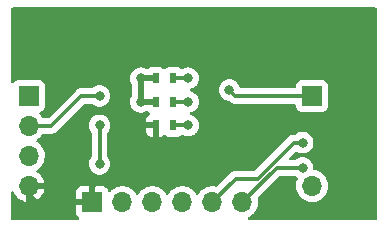
<source format=gbr>
%TF.GenerationSoftware,KiCad,Pcbnew,(6.0.1)*%
%TF.CreationDate,2022-06-04T23:11:39+02:00*%
%TF.ProjectId,esp-lvl,6573702d-6c76-46c2-9e6b-696361645f70,rev?*%
%TF.SameCoordinates,Original*%
%TF.FileFunction,Copper,L2,Bot*%
%TF.FilePolarity,Positive*%
%FSLAX46Y46*%
G04 Gerber Fmt 4.6, Leading zero omitted, Abs format (unit mm)*
G04 Created by KiCad (PCBNEW (6.0.1)) date 2022-06-04 23:11:39*
%MOMM*%
%LPD*%
G01*
G04 APERTURE LIST*
%TA.AperFunction,ComponentPad*%
%ADD10R,1.700000X1.700000*%
%TD*%
%TA.AperFunction,ComponentPad*%
%ADD11O,1.700000X1.700000*%
%TD*%
%TA.AperFunction,SMDPad,CuDef*%
%ADD12R,0.600000X0.900000*%
%TD*%
%TA.AperFunction,ViaPad*%
%ADD13C,0.800000*%
%TD*%
%TA.AperFunction,Conductor*%
%ADD14C,0.500000*%
%TD*%
%TA.AperFunction,Conductor*%
%ADD15C,0.300000*%
%TD*%
G04 APERTURE END LIST*
D10*
%TO.P,J2,1,P1*%
%TO.N,/PWM_Colour*%
X110000000Y-75000000D03*
D11*
%TO.P,J2,4,P4*%
%TO.N,unconnected-(J2-Pad4)*%
X110000000Y-82620000D03*
%TD*%
D10*
%TO.P,J1,1,P1*%
%TO.N,unconnected-(J1-Pad1)*%
X86000000Y-75000000D03*
D11*
%TO.P,J1,2,P2*%
%TO.N,/PWM_Bright*%
X86000000Y-77540000D03*
%TO.P,J1,3,P3*%
%TO.N,+5V*%
X86000000Y-80080000D03*
%TO.P,J1,4,P4*%
%TO.N,GND*%
X86000000Y-82620000D03*
%TD*%
D10*
%TO.P,J3,1,P1*%
%TO.N,GND*%
X91380000Y-84000000D03*
D11*
%TO.P,J3,2,P2*%
%TO.N,/SENS*%
X93920000Y-84000000D03*
%TO.P,J3,3,P3*%
%TO.N,+5V*%
X96460000Y-84000000D03*
%TO.P,J3,4,P4*%
%TO.N,+3V3*%
X99000000Y-84000000D03*
%TO.P,J3,5,P5*%
%TO.N,/SCL*%
X101540000Y-84000000D03*
%TO.P,J3,6,6*%
%TO.N,/SDA*%
X104080000Y-84000000D03*
%TD*%
D12*
%TO.P,R2,1*%
%TO.N,Net-(R2-Pad1)*%
X98250000Y-75500000D03*
%TO.P,R2,2*%
%TO.N,+3V3*%
X96750000Y-75500000D03*
%TD*%
%TO.P,R1,1*%
%TO.N,Net-(R1-Pad1)*%
X98250000Y-73500000D03*
%TO.P,R1,2*%
%TO.N,+3V3*%
X96750000Y-73500000D03*
%TD*%
%TO.P,R5,1*%
%TO.N,Net-(R5-Pad1)*%
X98250000Y-77500000D03*
%TO.P,R5,2*%
%TO.N,GND*%
X96750000Y-77500000D03*
%TD*%
D13*
%TO.N,GND*%
X105100000Y-80700000D03*
X108300000Y-72000000D03*
X114300000Y-72000000D03*
%TO.N,+3V3*%
X95500000Y-75500000D03*
X95500000Y-73500000D03*
%TO.N,/SENS*%
X92000000Y-77500000D03*
X92000000Y-80750500D03*
%TO.N,/PWM_Bright*%
X92000000Y-75000000D03*
%TO.N,/SCL*%
X109200000Y-78950498D03*
%TO.N,/SDA*%
X109200000Y-81100000D03*
%TO.N,/PWM_Colour*%
X103000000Y-74500000D03*
%TO.N,Net-(R1-Pad1)*%
X99500000Y-73500000D03*
%TO.N,Net-(R2-Pad1)*%
X99500000Y-75500000D03*
%TO.N,Net-(R5-Pad1)*%
X99500000Y-77500000D03*
%TD*%
D14*
%TO.N,GND*%
X91380000Y-82620000D02*
X91380000Y-84000000D01*
X96750000Y-77500000D02*
X96750000Y-80350000D01*
X91380000Y-84000000D02*
X86500000Y-84000000D01*
X95100000Y-82000000D02*
X92000000Y-82000000D01*
D15*
X86000000Y-82620000D02*
X86000000Y-83500000D01*
D14*
X86500000Y-84000000D02*
X86000000Y-83500000D01*
X92000000Y-82000000D02*
X91380000Y-82620000D01*
X96750000Y-80350000D02*
X95100000Y-82000000D01*
X108300000Y-72000000D02*
X114300000Y-72000000D01*
%TO.N,+3V3*%
X95500000Y-75500000D02*
X96750000Y-75500000D01*
X95500000Y-73500000D02*
X95500000Y-75500000D01*
X95500000Y-73500000D02*
X96750000Y-73500000D01*
D15*
%TO.N,/SENS*%
X92000000Y-80750500D02*
X92000000Y-77500000D01*
%TO.N,/PWM_Bright*%
X90460000Y-75000000D02*
X87920000Y-77540000D01*
X92000000Y-75000000D02*
X90460000Y-75000000D01*
X87920000Y-77540000D02*
X86000000Y-77540000D01*
%TO.N,/SCL*%
X103540000Y-82000000D02*
X105400000Y-82000000D01*
X101540000Y-84000000D02*
X103540000Y-82000000D01*
X105400000Y-82000000D02*
X108449502Y-78950498D01*
X108449502Y-78950498D02*
X109200000Y-78950498D01*
%TO.N,/SDA*%
X107006428Y-81100000D02*
X109200000Y-81100000D01*
X104080000Y-84000000D02*
X104106428Y-84000000D01*
X104106428Y-84000000D02*
X107006428Y-81100000D01*
%TO.N,/PWM_Colour*%
X103500000Y-75000000D02*
X110000000Y-75000000D01*
X103000000Y-74500000D02*
X103500000Y-75000000D01*
%TO.N,Net-(R1-Pad1)*%
X99500000Y-73500000D02*
X98250000Y-73500000D01*
%TO.N,Net-(R2-Pad1)*%
X99500000Y-75500000D02*
X98250000Y-75500000D01*
%TO.N,Net-(R5-Pad1)*%
X99500000Y-77500000D02*
X98250000Y-77500000D01*
%TD*%
%TA.AperFunction,Conductor*%
%TO.N,GND*%
G36*
X115434121Y-67528002D02*
G01*
X115480614Y-67581658D01*
X115492000Y-67634000D01*
X115492000Y-85366000D01*
X115471998Y-85434121D01*
X115418342Y-85480614D01*
X115366000Y-85492000D01*
X104666139Y-85492000D01*
X104598018Y-85471998D01*
X104551525Y-85418342D01*
X104541421Y-85348068D01*
X104570915Y-85283488D01*
X104610707Y-85252849D01*
X104664021Y-85226731D01*
X104777994Y-85170896D01*
X104959860Y-85041173D01*
X105118096Y-84883489D01*
X105248453Y-84702077D01*
X105269320Y-84659857D01*
X105345136Y-84506453D01*
X105345137Y-84506451D01*
X105347430Y-84501811D01*
X105412370Y-84288069D01*
X105441529Y-84066590D01*
X105443156Y-84000000D01*
X105424852Y-83777361D01*
X105416616Y-83744570D01*
X105409225Y-83715143D01*
X105412030Y-83644202D01*
X105442334Y-83595354D01*
X107242282Y-81795405D01*
X107304594Y-81761380D01*
X107331377Y-81758500D01*
X108519776Y-81758500D01*
X108587897Y-81778502D01*
X108593837Y-81782564D01*
X108732119Y-81883032D01*
X108775473Y-81939254D01*
X108781548Y-82009991D01*
X108772345Y-82038019D01*
X108722869Y-82144604D01*
X108722865Y-82144616D01*
X108720688Y-82149305D01*
X108660989Y-82364570D01*
X108637251Y-82586695D01*
X108637548Y-82591848D01*
X108637548Y-82591851D01*
X108646191Y-82741750D01*
X108650110Y-82809715D01*
X108651247Y-82814761D01*
X108651248Y-82814767D01*
X108671096Y-82902837D01*
X108699222Y-83027639D01*
X108783266Y-83234616D01*
X108899987Y-83425088D01*
X109046250Y-83593938D01*
X109218126Y-83736632D01*
X109411000Y-83849338D01*
X109619692Y-83929030D01*
X109624760Y-83930061D01*
X109624763Y-83930062D01*
X109719862Y-83949410D01*
X109838597Y-83973567D01*
X109843772Y-83973757D01*
X109843774Y-83973757D01*
X110056673Y-83981564D01*
X110056677Y-83981564D01*
X110061837Y-83981753D01*
X110066957Y-83981097D01*
X110066959Y-83981097D01*
X110278288Y-83954025D01*
X110278289Y-83954025D01*
X110283416Y-83953368D01*
X110288366Y-83951883D01*
X110492429Y-83890661D01*
X110492434Y-83890659D01*
X110497384Y-83889174D01*
X110697994Y-83790896D01*
X110879860Y-83661173D01*
X110896891Y-83644202D01*
X110961209Y-83580107D01*
X111038096Y-83503489D01*
X111097594Y-83420689D01*
X111165435Y-83326277D01*
X111168453Y-83322077D01*
X111267430Y-83121811D01*
X111332370Y-82908069D01*
X111361529Y-82686590D01*
X111361611Y-82683240D01*
X111363074Y-82623365D01*
X111363074Y-82623361D01*
X111363156Y-82620000D01*
X111344852Y-82397361D01*
X111290431Y-82180702D01*
X111201354Y-81975840D01*
X111141314Y-81883032D01*
X111082822Y-81792617D01*
X111082820Y-81792614D01*
X111080014Y-81788277D01*
X110929670Y-81623051D01*
X110925619Y-81619852D01*
X110925615Y-81619848D01*
X110758414Y-81487800D01*
X110758410Y-81487798D01*
X110754359Y-81484598D01*
X110748128Y-81481158D01*
X110649960Y-81426967D01*
X110558789Y-81376638D01*
X110553920Y-81374914D01*
X110553916Y-81374912D01*
X110353087Y-81303795D01*
X110353083Y-81303794D01*
X110348212Y-81302069D01*
X110343119Y-81301162D01*
X110343116Y-81301161D01*
X110212444Y-81277885D01*
X110148886Y-81246247D01*
X110112523Y-81185270D01*
X110109230Y-81140668D01*
X110112814Y-81106566D01*
X110112814Y-81106565D01*
X110113504Y-81100000D01*
X110098715Y-80959292D01*
X110094232Y-80916635D01*
X110094232Y-80916633D01*
X110093542Y-80910072D01*
X110034527Y-80728444D01*
X109939040Y-80563056D01*
X109915766Y-80537207D01*
X109815675Y-80426045D01*
X109815674Y-80426044D01*
X109811253Y-80421134D01*
X109656752Y-80308882D01*
X109650724Y-80306198D01*
X109650722Y-80306197D01*
X109488319Y-80233891D01*
X109488318Y-80233891D01*
X109482288Y-80231206D01*
X109376162Y-80208648D01*
X109301944Y-80192872D01*
X109301939Y-80192872D01*
X109295487Y-80191500D01*
X109104513Y-80191500D01*
X109098061Y-80192872D01*
X109098056Y-80192872D01*
X109023838Y-80208648D01*
X108917712Y-80231206D01*
X108911682Y-80233891D01*
X108911681Y-80233891D01*
X108749278Y-80306197D01*
X108749276Y-80306198D01*
X108743248Y-80308882D01*
X108594092Y-80417251D01*
X108593837Y-80417436D01*
X108526969Y-80441294D01*
X108519776Y-80441500D01*
X108193950Y-80441500D01*
X108125829Y-80421498D01*
X108079336Y-80367842D01*
X108069232Y-80297568D01*
X108098726Y-80232988D01*
X108104855Y-80226405D01*
X108578187Y-79753073D01*
X108640499Y-79719047D01*
X108711314Y-79724112D01*
X108731800Y-79735108D01*
X108732189Y-79734434D01*
X108737906Y-79737735D01*
X108743248Y-79741616D01*
X108749276Y-79744300D01*
X108749278Y-79744301D01*
X108911681Y-79816607D01*
X108917712Y-79819292D01*
X109011112Y-79839145D01*
X109098056Y-79857626D01*
X109098061Y-79857626D01*
X109104513Y-79858998D01*
X109295487Y-79858998D01*
X109301939Y-79857626D01*
X109301944Y-79857626D01*
X109388888Y-79839145D01*
X109482288Y-79819292D01*
X109488319Y-79816607D01*
X109650722Y-79744301D01*
X109650724Y-79744300D01*
X109656752Y-79741616D01*
X109665710Y-79735108D01*
X109788741Y-79645720D01*
X109811253Y-79629364D01*
X109829314Y-79609305D01*
X109934621Y-79492350D01*
X109934622Y-79492349D01*
X109939040Y-79487442D01*
X110034527Y-79322054D01*
X110093542Y-79140426D01*
X110101536Y-79064373D01*
X110112814Y-78957063D01*
X110113504Y-78950498D01*
X110098926Y-78811797D01*
X110094232Y-78767133D01*
X110094232Y-78767131D01*
X110093542Y-78760570D01*
X110034527Y-78578942D01*
X109939040Y-78413554D01*
X109934490Y-78408500D01*
X109815675Y-78276543D01*
X109815674Y-78276542D01*
X109811253Y-78271632D01*
X109665690Y-78165874D01*
X109662094Y-78163261D01*
X109662093Y-78163260D01*
X109656752Y-78159380D01*
X109650724Y-78156696D01*
X109650722Y-78156695D01*
X109488319Y-78084389D01*
X109488318Y-78084389D01*
X109482288Y-78081704D01*
X109381666Y-78060316D01*
X109301944Y-78043370D01*
X109301939Y-78043370D01*
X109295487Y-78041998D01*
X109104513Y-78041998D01*
X109098061Y-78043370D01*
X109098056Y-78043370D01*
X109018334Y-78060316D01*
X108917712Y-78081704D01*
X108911682Y-78084389D01*
X108911681Y-78084389D01*
X108749278Y-78156695D01*
X108749276Y-78156696D01*
X108743248Y-78159380D01*
X108737907Y-78163260D01*
X108737906Y-78163261D01*
X108734310Y-78165874D01*
X108617181Y-78250974D01*
X108595193Y-78266949D01*
X108528326Y-78290807D01*
X108515838Y-78290576D01*
X108511965Y-78289710D01*
X108504038Y-78289959D01*
X108504037Y-78289959D01*
X108441133Y-78291936D01*
X108437175Y-78291998D01*
X108408070Y-78291998D01*
X108403670Y-78292554D01*
X108391838Y-78293486D01*
X108345671Y-78294936D01*
X108325081Y-78300918D01*
X108305720Y-78304928D01*
X108299416Y-78305724D01*
X108292298Y-78306623D01*
X108292297Y-78306623D01*
X108284438Y-78307616D01*
X108277073Y-78310532D01*
X108277069Y-78310533D01*
X108241481Y-78324624D01*
X108230271Y-78328463D01*
X108185902Y-78341353D01*
X108167437Y-78352273D01*
X108149697Y-78360964D01*
X108129746Y-78368863D01*
X108094066Y-78394786D01*
X108092376Y-78396014D01*
X108082454Y-78402531D01*
X108049525Y-78422005D01*
X108049521Y-78422008D01*
X108042695Y-78426045D01*
X108027531Y-78441209D01*
X108012498Y-78454049D01*
X107995145Y-78466657D01*
X107965700Y-78502250D01*
X107957710Y-78511030D01*
X105164145Y-81304595D01*
X105101833Y-81338621D01*
X105075050Y-81341500D01*
X103622056Y-81341500D01*
X103610200Y-81340941D01*
X103610197Y-81340941D01*
X103602463Y-81339212D01*
X103547446Y-81340941D01*
X103531631Y-81341438D01*
X103527673Y-81341500D01*
X103498568Y-81341500D01*
X103494168Y-81342056D01*
X103482336Y-81342988D01*
X103436169Y-81344438D01*
X103415579Y-81350420D01*
X103396218Y-81354430D01*
X103389230Y-81355312D01*
X103382796Y-81356125D01*
X103382795Y-81356125D01*
X103374936Y-81357118D01*
X103367571Y-81360034D01*
X103367567Y-81360035D01*
X103331979Y-81374126D01*
X103320769Y-81377965D01*
X103276400Y-81390855D01*
X103257935Y-81401775D01*
X103240195Y-81410466D01*
X103220244Y-81418365D01*
X103188053Y-81441753D01*
X103182874Y-81445516D01*
X103172952Y-81452033D01*
X103140023Y-81471507D01*
X103140019Y-81471510D01*
X103133193Y-81475547D01*
X103118029Y-81490711D01*
X103102996Y-81503551D01*
X103085643Y-81516159D01*
X103056198Y-81551752D01*
X103048208Y-81560532D01*
X101967335Y-82641405D01*
X101905023Y-82675431D01*
X101856145Y-82676357D01*
X101808971Y-82667954D01*
X101673373Y-82643800D01*
X101673367Y-82643799D01*
X101668284Y-82642894D01*
X101594452Y-82641992D01*
X101450081Y-82640228D01*
X101450079Y-82640228D01*
X101444911Y-82640165D01*
X101224091Y-82673955D01*
X101011756Y-82743357D01*
X100813607Y-82846507D01*
X100809474Y-82849610D01*
X100809471Y-82849612D01*
X100639100Y-82977530D01*
X100634965Y-82980635D01*
X100631393Y-82984373D01*
X100543950Y-83075877D01*
X100480629Y-83142138D01*
X100373201Y-83299621D01*
X100318293Y-83344621D01*
X100247768Y-83352792D01*
X100184021Y-83321538D01*
X100163324Y-83297054D01*
X100082822Y-83172617D01*
X100082820Y-83172614D01*
X100080014Y-83168277D01*
X99929670Y-83003051D01*
X99925619Y-82999852D01*
X99925615Y-82999848D01*
X99758414Y-82867800D01*
X99758410Y-82867798D01*
X99754359Y-82864598D01*
X99558789Y-82756638D01*
X99553920Y-82754914D01*
X99553916Y-82754912D01*
X99353087Y-82683795D01*
X99353083Y-82683794D01*
X99348212Y-82682069D01*
X99343119Y-82681162D01*
X99343116Y-82681161D01*
X99133373Y-82643800D01*
X99133367Y-82643799D01*
X99128284Y-82642894D01*
X99054452Y-82641992D01*
X98910081Y-82640228D01*
X98910079Y-82640228D01*
X98904911Y-82640165D01*
X98684091Y-82673955D01*
X98471756Y-82743357D01*
X98273607Y-82846507D01*
X98269474Y-82849610D01*
X98269471Y-82849612D01*
X98099100Y-82977530D01*
X98094965Y-82980635D01*
X98091393Y-82984373D01*
X98003950Y-83075877D01*
X97940629Y-83142138D01*
X97833201Y-83299621D01*
X97778293Y-83344621D01*
X97707768Y-83352792D01*
X97644021Y-83321538D01*
X97623324Y-83297054D01*
X97542822Y-83172617D01*
X97542820Y-83172614D01*
X97540014Y-83168277D01*
X97389670Y-83003051D01*
X97385619Y-82999852D01*
X97385615Y-82999848D01*
X97218414Y-82867800D01*
X97218410Y-82867798D01*
X97214359Y-82864598D01*
X97018789Y-82756638D01*
X97013920Y-82754914D01*
X97013916Y-82754912D01*
X96813087Y-82683795D01*
X96813083Y-82683794D01*
X96808212Y-82682069D01*
X96803119Y-82681162D01*
X96803116Y-82681161D01*
X96593373Y-82643800D01*
X96593367Y-82643799D01*
X96588284Y-82642894D01*
X96514452Y-82641992D01*
X96370081Y-82640228D01*
X96370079Y-82640228D01*
X96364911Y-82640165D01*
X96144091Y-82673955D01*
X95931756Y-82743357D01*
X95733607Y-82846507D01*
X95729474Y-82849610D01*
X95729471Y-82849612D01*
X95559100Y-82977530D01*
X95554965Y-82980635D01*
X95551393Y-82984373D01*
X95463950Y-83075877D01*
X95400629Y-83142138D01*
X95293201Y-83299621D01*
X95238293Y-83344621D01*
X95167768Y-83352792D01*
X95104021Y-83321538D01*
X95083324Y-83297054D01*
X95002822Y-83172617D01*
X95002820Y-83172614D01*
X95000014Y-83168277D01*
X94849670Y-83003051D01*
X94845619Y-82999852D01*
X94845615Y-82999848D01*
X94678414Y-82867800D01*
X94678410Y-82867798D01*
X94674359Y-82864598D01*
X94478789Y-82756638D01*
X94473920Y-82754914D01*
X94473916Y-82754912D01*
X94273087Y-82683795D01*
X94273083Y-82683794D01*
X94268212Y-82682069D01*
X94263119Y-82681162D01*
X94263116Y-82681161D01*
X94053373Y-82643800D01*
X94053367Y-82643799D01*
X94048284Y-82642894D01*
X93974452Y-82641992D01*
X93830081Y-82640228D01*
X93830079Y-82640228D01*
X93824911Y-82640165D01*
X93604091Y-82673955D01*
X93391756Y-82743357D01*
X93193607Y-82846507D01*
X93189474Y-82849610D01*
X93189471Y-82849612D01*
X93019100Y-82977530D01*
X93014965Y-82980635D01*
X93011393Y-82984373D01*
X92933898Y-83065466D01*
X92872374Y-83100895D01*
X92801462Y-83097438D01*
X92743676Y-83056192D01*
X92724823Y-83022644D01*
X92683324Y-82911946D01*
X92674786Y-82896351D01*
X92598285Y-82794276D01*
X92585724Y-82781715D01*
X92483649Y-82705214D01*
X92468054Y-82696676D01*
X92347606Y-82651522D01*
X92332351Y-82647895D01*
X92281486Y-82642369D01*
X92274672Y-82642000D01*
X91652115Y-82642000D01*
X91636876Y-82646475D01*
X91635671Y-82647865D01*
X91634000Y-82655548D01*
X91634000Y-84128000D01*
X91613998Y-84196121D01*
X91560342Y-84242614D01*
X91508000Y-84254000D01*
X90040116Y-84254000D01*
X90024877Y-84258475D01*
X90023672Y-84259865D01*
X90022001Y-84267548D01*
X90022001Y-84894669D01*
X90022371Y-84901490D01*
X90027895Y-84952352D01*
X90031521Y-84967604D01*
X90076676Y-85088054D01*
X90085214Y-85103649D01*
X90161715Y-85205724D01*
X90174276Y-85218285D01*
X90236840Y-85265174D01*
X90279355Y-85322033D01*
X90284381Y-85392851D01*
X90250321Y-85455145D01*
X90187990Y-85489135D01*
X90161275Y-85492000D01*
X84634000Y-85492000D01*
X84565879Y-85471998D01*
X84519386Y-85418342D01*
X84508000Y-85366000D01*
X84508000Y-83200595D01*
X84528002Y-83132474D01*
X84581658Y-83085981D01*
X84651932Y-83075877D01*
X84716512Y-83105371D01*
X84750743Y-83153191D01*
X84781770Y-83229603D01*
X84786413Y-83238794D01*
X84897694Y-83420388D01*
X84903777Y-83428699D01*
X85043213Y-83589667D01*
X85050580Y-83596883D01*
X85214434Y-83732916D01*
X85222881Y-83738831D01*
X85406756Y-83846279D01*
X85416042Y-83850729D01*
X85615001Y-83926703D01*
X85624899Y-83929579D01*
X85728250Y-83950606D01*
X85742299Y-83949410D01*
X85746000Y-83939065D01*
X85746000Y-83938517D01*
X86254000Y-83938517D01*
X86258064Y-83952359D01*
X86271478Y-83954393D01*
X86278184Y-83953534D01*
X86288262Y-83951392D01*
X86492255Y-83890191D01*
X86501842Y-83886433D01*
X86693095Y-83792739D01*
X86701945Y-83787464D01*
X86785472Y-83727885D01*
X90022000Y-83727885D01*
X90026475Y-83743124D01*
X90027865Y-83744329D01*
X90035548Y-83746000D01*
X91107885Y-83746000D01*
X91123124Y-83741525D01*
X91124329Y-83740135D01*
X91126000Y-83732452D01*
X91126000Y-82660116D01*
X91121525Y-82644877D01*
X91120135Y-82643672D01*
X91112452Y-82642001D01*
X90485331Y-82642001D01*
X90478510Y-82642371D01*
X90427648Y-82647895D01*
X90412396Y-82651521D01*
X90291946Y-82696676D01*
X90276351Y-82705214D01*
X90174276Y-82781715D01*
X90161715Y-82794276D01*
X90085214Y-82896351D01*
X90076676Y-82911946D01*
X90031522Y-83032394D01*
X90027895Y-83047649D01*
X90022369Y-83098514D01*
X90022000Y-83105328D01*
X90022000Y-83727885D01*
X86785472Y-83727885D01*
X86875328Y-83663792D01*
X86883200Y-83657139D01*
X87034052Y-83506812D01*
X87040730Y-83498965D01*
X87165003Y-83326020D01*
X87170313Y-83317183D01*
X87264670Y-83126267D01*
X87268469Y-83116672D01*
X87330377Y-82912910D01*
X87332555Y-82902837D01*
X87333986Y-82891962D01*
X87331775Y-82877778D01*
X87318617Y-82874000D01*
X86272115Y-82874000D01*
X86256876Y-82878475D01*
X86255671Y-82879865D01*
X86254000Y-82887548D01*
X86254000Y-83938517D01*
X85746000Y-83938517D01*
X85746000Y-82492000D01*
X85766002Y-82423879D01*
X85819658Y-82377386D01*
X85872000Y-82366000D01*
X87318344Y-82366000D01*
X87331875Y-82362027D01*
X87333180Y-82352947D01*
X87291214Y-82185875D01*
X87287894Y-82176124D01*
X87202972Y-81980814D01*
X87198105Y-81971739D01*
X87082426Y-81792926D01*
X87076136Y-81784757D01*
X86932806Y-81627240D01*
X86925273Y-81620215D01*
X86758139Y-81488222D01*
X86749556Y-81482520D01*
X86712602Y-81462120D01*
X86662631Y-81411687D01*
X86647859Y-81342245D01*
X86672975Y-81275839D01*
X86700327Y-81249232D01*
X86723797Y-81232491D01*
X86879860Y-81121173D01*
X87038096Y-80963489D01*
X87097594Y-80880689D01*
X87165435Y-80786277D01*
X87168453Y-80782077D01*
X87184060Y-80750500D01*
X91086496Y-80750500D01*
X91087186Y-80757065D01*
X91102608Y-80903794D01*
X91106458Y-80940428D01*
X91165473Y-81122056D01*
X91260960Y-81287444D01*
X91265378Y-81292351D01*
X91265379Y-81292352D01*
X91371735Y-81410472D01*
X91388747Y-81429366D01*
X91543248Y-81541618D01*
X91549276Y-81544302D01*
X91549278Y-81544303D01*
X91669671Y-81597905D01*
X91717712Y-81619294D01*
X91811113Y-81639147D01*
X91898056Y-81657628D01*
X91898061Y-81657628D01*
X91904513Y-81659000D01*
X92095487Y-81659000D01*
X92101939Y-81657628D01*
X92101944Y-81657628D01*
X92188887Y-81639147D01*
X92282288Y-81619294D01*
X92330329Y-81597905D01*
X92450722Y-81544303D01*
X92450724Y-81544302D01*
X92456752Y-81541618D01*
X92611253Y-81429366D01*
X92628265Y-81410472D01*
X92734621Y-81292352D01*
X92734622Y-81292351D01*
X92739040Y-81287444D01*
X92834527Y-81122056D01*
X92893542Y-80940428D01*
X92897393Y-80903794D01*
X92912814Y-80757065D01*
X92913504Y-80750500D01*
X92893542Y-80560572D01*
X92834527Y-80378944D01*
X92825287Y-80362939D01*
X92742341Y-80219274D01*
X92739040Y-80213556D01*
X92690864Y-80160051D01*
X92660146Y-80096044D01*
X92658500Y-80075741D01*
X92658500Y-78174759D01*
X92678502Y-78106638D01*
X92690864Y-78090449D01*
X92734621Y-78041852D01*
X92734622Y-78041851D01*
X92739040Y-78036944D01*
X92763448Y-77994669D01*
X95942001Y-77994669D01*
X95942371Y-78001490D01*
X95947895Y-78052352D01*
X95951521Y-78067604D01*
X95996676Y-78188054D01*
X96005214Y-78203649D01*
X96081715Y-78305724D01*
X96094276Y-78318285D01*
X96196351Y-78394786D01*
X96211946Y-78403324D01*
X96332394Y-78448478D01*
X96347649Y-78452105D01*
X96398514Y-78457631D01*
X96405328Y-78458000D01*
X96477885Y-78458000D01*
X96493124Y-78453525D01*
X96494329Y-78452135D01*
X96496000Y-78444452D01*
X96496000Y-77772115D01*
X96491525Y-77756876D01*
X96490135Y-77755671D01*
X96482452Y-77754000D01*
X95960116Y-77754000D01*
X95944877Y-77758475D01*
X95943672Y-77759865D01*
X95942001Y-77767548D01*
X95942001Y-77994669D01*
X92763448Y-77994669D01*
X92834527Y-77871556D01*
X92893542Y-77689928D01*
X92913504Y-77500000D01*
X92893542Y-77310072D01*
X92834527Y-77128444D01*
X92739040Y-76963056D01*
X92733404Y-76956796D01*
X92615675Y-76826045D01*
X92615674Y-76826044D01*
X92611253Y-76821134D01*
X92456752Y-76708882D01*
X92450724Y-76706198D01*
X92450722Y-76706197D01*
X92288319Y-76633891D01*
X92288318Y-76633891D01*
X92282288Y-76631206D01*
X92188887Y-76611353D01*
X92101944Y-76592872D01*
X92101939Y-76592872D01*
X92095487Y-76591500D01*
X91904513Y-76591500D01*
X91898061Y-76592872D01*
X91898056Y-76592872D01*
X91811113Y-76611353D01*
X91717712Y-76631206D01*
X91711682Y-76633891D01*
X91711681Y-76633891D01*
X91549278Y-76706197D01*
X91549276Y-76706198D01*
X91543248Y-76708882D01*
X91388747Y-76821134D01*
X91384326Y-76826044D01*
X91384325Y-76826045D01*
X91266597Y-76956796D01*
X91260960Y-76963056D01*
X91165473Y-77128444D01*
X91106458Y-77310072D01*
X91086496Y-77500000D01*
X91106458Y-77689928D01*
X91165473Y-77871556D01*
X91260960Y-78036944D01*
X91265378Y-78041851D01*
X91265379Y-78041852D01*
X91309136Y-78090449D01*
X91339854Y-78154456D01*
X91341500Y-78174759D01*
X91341500Y-80075741D01*
X91321498Y-80143862D01*
X91309136Y-80160051D01*
X91260960Y-80213556D01*
X91257659Y-80219274D01*
X91174714Y-80362939D01*
X91165473Y-80378944D01*
X91106458Y-80560572D01*
X91086496Y-80750500D01*
X87184060Y-80750500D01*
X87197789Y-80722721D01*
X87265136Y-80586453D01*
X87265137Y-80586451D01*
X87267430Y-80581811D01*
X87310060Y-80441500D01*
X87330865Y-80373023D01*
X87330865Y-80373021D01*
X87332370Y-80368069D01*
X87361529Y-80146590D01*
X87361611Y-80143240D01*
X87363074Y-80083365D01*
X87363074Y-80083361D01*
X87363156Y-80080000D01*
X87344852Y-79857361D01*
X87290431Y-79640702D01*
X87201354Y-79435840D01*
X87080014Y-79248277D01*
X86929670Y-79083051D01*
X86925619Y-79079852D01*
X86925615Y-79079848D01*
X86758414Y-78947800D01*
X86758410Y-78947798D01*
X86754359Y-78944598D01*
X86713053Y-78921796D01*
X86663084Y-78871364D01*
X86648312Y-78801921D01*
X86673428Y-78735516D01*
X86700780Y-78708909D01*
X86744603Y-78677650D01*
X86879860Y-78581173D01*
X87038096Y-78423489D01*
X87079328Y-78366109D01*
X87162060Y-78250974D01*
X87218055Y-78207326D01*
X87264383Y-78198500D01*
X87837944Y-78198500D01*
X87849800Y-78199059D01*
X87849803Y-78199059D01*
X87857537Y-78200788D01*
X87928369Y-78198562D01*
X87932327Y-78198500D01*
X87961432Y-78198500D01*
X87965832Y-78197944D01*
X87977664Y-78197012D01*
X88023831Y-78195562D01*
X88044421Y-78189580D01*
X88063782Y-78185570D01*
X88070770Y-78184688D01*
X88077204Y-78183875D01*
X88077205Y-78183875D01*
X88085064Y-78182882D01*
X88092429Y-78179966D01*
X88092433Y-78179965D01*
X88128021Y-78165874D01*
X88139231Y-78162035D01*
X88183600Y-78149145D01*
X88202065Y-78138225D01*
X88219805Y-78129534D01*
X88239756Y-78121635D01*
X88277129Y-78094482D01*
X88287048Y-78087967D01*
X88319977Y-78068493D01*
X88319981Y-78068490D01*
X88326807Y-78064453D01*
X88341971Y-78049289D01*
X88357005Y-78036448D01*
X88374357Y-78023841D01*
X88403803Y-77988247D01*
X88411792Y-77979468D01*
X89546665Y-76844595D01*
X90695854Y-75695405D01*
X90758166Y-75661380D01*
X90784949Y-75658500D01*
X91319776Y-75658500D01*
X91387897Y-75678502D01*
X91393834Y-75682562D01*
X91543248Y-75791118D01*
X91549276Y-75793802D01*
X91549278Y-75793803D01*
X91709799Y-75865271D01*
X91717712Y-75868794D01*
X91811112Y-75888647D01*
X91898056Y-75907128D01*
X91898061Y-75907128D01*
X91904513Y-75908500D01*
X92095487Y-75908500D01*
X92101939Y-75907128D01*
X92101944Y-75907128D01*
X92188888Y-75888647D01*
X92282288Y-75868794D01*
X92290201Y-75865271D01*
X92450722Y-75793803D01*
X92450724Y-75793802D01*
X92456752Y-75791118D01*
X92611253Y-75678866D01*
X92626290Y-75662166D01*
X92734621Y-75541852D01*
X92734622Y-75541851D01*
X92739040Y-75536944D01*
X92760370Y-75500000D01*
X94586496Y-75500000D01*
X94587186Y-75506565D01*
X94603458Y-75661380D01*
X94606458Y-75689928D01*
X94665473Y-75871556D01*
X94668776Y-75877278D01*
X94668777Y-75877279D01*
X94686803Y-75908500D01*
X94760960Y-76036944D01*
X94765378Y-76041851D01*
X94765379Y-76041852D01*
X94814769Y-76096705D01*
X94888747Y-76178866D01*
X94943494Y-76218642D01*
X95034631Y-76284857D01*
X95043248Y-76291118D01*
X95049276Y-76293802D01*
X95049278Y-76293803D01*
X95179419Y-76351745D01*
X95217712Y-76368794D01*
X95301045Y-76386507D01*
X95398056Y-76407128D01*
X95398061Y-76407128D01*
X95404513Y-76408500D01*
X95595487Y-76408500D01*
X95601939Y-76407128D01*
X95601944Y-76407128D01*
X95698955Y-76386507D01*
X95782288Y-76368794D01*
X95788315Y-76366111D01*
X95788323Y-76366108D01*
X95953509Y-76292563D01*
X96023876Y-76283129D01*
X96085935Y-76312188D01*
X96086739Y-76313261D01*
X96201372Y-76399174D01*
X96201790Y-76399487D01*
X96244304Y-76456347D01*
X96249329Y-76527165D01*
X96215270Y-76589458D01*
X96201789Y-76601139D01*
X96094276Y-76681715D01*
X96081715Y-76694276D01*
X96005214Y-76796351D01*
X95996676Y-76811946D01*
X95951522Y-76932394D01*
X95947895Y-76947649D01*
X95942369Y-76998514D01*
X95942000Y-77005328D01*
X95942000Y-77227885D01*
X95946475Y-77243124D01*
X95947865Y-77244329D01*
X95955548Y-77246000D01*
X96878000Y-77246000D01*
X96946121Y-77266002D01*
X96992614Y-77319658D01*
X97004000Y-77372000D01*
X97004000Y-78439884D01*
X97008475Y-78455123D01*
X97009865Y-78456328D01*
X97017548Y-78457999D01*
X97094669Y-78457999D01*
X97101490Y-78457629D01*
X97152352Y-78452105D01*
X97167604Y-78448479D01*
X97288054Y-78403324D01*
X97303649Y-78394786D01*
X97405724Y-78318285D01*
X97410548Y-78313461D01*
X97472860Y-78279435D01*
X97543675Y-78284500D01*
X97585171Y-78311168D01*
X97586739Y-78313261D01*
X97703295Y-78400615D01*
X97839684Y-78451745D01*
X97901866Y-78458500D01*
X98598134Y-78458500D01*
X98660316Y-78451745D01*
X98796705Y-78400615D01*
X98913261Y-78313261D01*
X98914021Y-78314276D01*
X98968460Y-78284549D01*
X99039275Y-78289614D01*
X99046491Y-78292563D01*
X99211677Y-78366108D01*
X99211685Y-78366111D01*
X99217712Y-78368794D01*
X99311113Y-78388647D01*
X99398056Y-78407128D01*
X99398061Y-78407128D01*
X99404513Y-78408500D01*
X99595487Y-78408500D01*
X99601939Y-78407128D01*
X99601944Y-78407128D01*
X99688887Y-78388647D01*
X99782288Y-78368794D01*
X99788321Y-78366108D01*
X99950722Y-78293803D01*
X99950724Y-78293802D01*
X99956752Y-78291118D01*
X99965794Y-78284549D01*
X100081080Y-78200788D01*
X100111253Y-78178866D01*
X100128798Y-78159380D01*
X100234621Y-78041852D01*
X100234622Y-78041851D01*
X100239040Y-78036944D01*
X100334527Y-77871556D01*
X100393542Y-77689928D01*
X100413504Y-77500000D01*
X100393542Y-77310072D01*
X100334527Y-77128444D01*
X100239040Y-76963056D01*
X100233404Y-76956796D01*
X100115675Y-76826045D01*
X100115674Y-76826044D01*
X100111253Y-76821134D01*
X99956752Y-76708882D01*
X99950724Y-76706198D01*
X99950722Y-76706197D01*
X99788319Y-76633891D01*
X99788318Y-76633891D01*
X99782288Y-76631206D01*
X99744844Y-76623247D01*
X99682371Y-76589518D01*
X99648049Y-76527369D01*
X99652777Y-76456530D01*
X99695053Y-76399492D01*
X99744844Y-76376753D01*
X99782288Y-76368794D01*
X99820581Y-76351745D01*
X99950722Y-76293803D01*
X99950724Y-76293802D01*
X99956752Y-76291118D01*
X99965370Y-76284857D01*
X100056506Y-76218642D01*
X100111253Y-76178866D01*
X100185231Y-76096705D01*
X100234621Y-76041852D01*
X100234622Y-76041851D01*
X100239040Y-76036944D01*
X100313197Y-75908500D01*
X100331223Y-75877279D01*
X100331224Y-75877278D01*
X100334527Y-75871556D01*
X100393542Y-75689928D01*
X100396543Y-75661380D01*
X100412814Y-75506565D01*
X100413504Y-75500000D01*
X100410660Y-75472945D01*
X100394232Y-75316635D01*
X100394232Y-75316633D01*
X100393542Y-75310072D01*
X100334527Y-75128444D01*
X100239040Y-74963056D01*
X100111253Y-74821134D01*
X99967748Y-74716871D01*
X99962094Y-74712763D01*
X99962093Y-74712762D01*
X99956752Y-74708882D01*
X99950724Y-74706198D01*
X99950722Y-74706197D01*
X99788319Y-74633891D01*
X99788318Y-74633891D01*
X99782288Y-74631206D01*
X99744844Y-74623247D01*
X99682371Y-74589518D01*
X99648049Y-74527369D01*
X99649876Y-74500000D01*
X102086496Y-74500000D01*
X102087186Y-74506565D01*
X102099450Y-74623247D01*
X102106458Y-74689928D01*
X102165473Y-74871556D01*
X102260960Y-75036944D01*
X102388747Y-75178866D01*
X102543248Y-75291118D01*
X102549276Y-75293802D01*
X102549278Y-75293803D01*
X102600560Y-75316635D01*
X102717712Y-75368794D01*
X102811113Y-75388647D01*
X102898056Y-75407128D01*
X102898061Y-75407128D01*
X102904513Y-75408500D01*
X102923171Y-75408500D01*
X102991292Y-75428502D01*
X103009424Y-75442650D01*
X103040257Y-75471604D01*
X103043099Y-75474359D01*
X103063667Y-75494927D01*
X103067170Y-75497644D01*
X103076195Y-75505352D01*
X103109867Y-75536972D01*
X103116818Y-75540793D01*
X103116819Y-75540794D01*
X103128658Y-75547303D01*
X103145182Y-75558157D01*
X103155271Y-75565982D01*
X103162132Y-75571304D01*
X103169404Y-75574451D01*
X103169406Y-75574452D01*
X103204535Y-75589654D01*
X103215196Y-75594876D01*
X103255663Y-75617124D01*
X103276441Y-75622459D01*
X103295131Y-75628858D01*
X103314824Y-75637380D01*
X103358596Y-75644313D01*
X103360448Y-75644606D01*
X103372071Y-75647013D01*
X103400072Y-75654202D01*
X103416812Y-75658500D01*
X103438259Y-75658500D01*
X103457969Y-75660051D01*
X103479152Y-75663406D01*
X103525141Y-75659059D01*
X103536996Y-75658500D01*
X108515500Y-75658500D01*
X108583621Y-75678502D01*
X108630114Y-75732158D01*
X108641500Y-75784500D01*
X108641500Y-75898134D01*
X108648255Y-75960316D01*
X108699385Y-76096705D01*
X108786739Y-76213261D01*
X108903295Y-76300615D01*
X109039684Y-76351745D01*
X109101866Y-76358500D01*
X110898134Y-76358500D01*
X110960316Y-76351745D01*
X111096705Y-76300615D01*
X111213261Y-76213261D01*
X111300615Y-76096705D01*
X111351745Y-75960316D01*
X111358500Y-75898134D01*
X111358500Y-74101866D01*
X111351745Y-74039684D01*
X111300615Y-73903295D01*
X111213261Y-73786739D01*
X111096705Y-73699385D01*
X110960316Y-73648255D01*
X110898134Y-73641500D01*
X109101866Y-73641500D01*
X109039684Y-73648255D01*
X108903295Y-73699385D01*
X108786739Y-73786739D01*
X108699385Y-73903295D01*
X108648255Y-74039684D01*
X108641500Y-74101866D01*
X108641500Y-74215500D01*
X108621498Y-74283621D01*
X108567842Y-74330114D01*
X108515500Y-74341500D01*
X103995298Y-74341500D01*
X103927177Y-74321498D01*
X103880684Y-74267842D01*
X103875465Y-74254437D01*
X103850910Y-74178866D01*
X103834527Y-74128444D01*
X103813990Y-74092872D01*
X103742341Y-73968774D01*
X103739040Y-73963056D01*
X103680933Y-73898521D01*
X103615675Y-73826045D01*
X103615674Y-73826044D01*
X103611253Y-73821134D01*
X103456752Y-73708882D01*
X103450724Y-73706198D01*
X103450722Y-73706197D01*
X103288319Y-73633891D01*
X103288318Y-73633891D01*
X103282288Y-73631206D01*
X103188888Y-73611353D01*
X103101944Y-73592872D01*
X103101939Y-73592872D01*
X103095487Y-73591500D01*
X102904513Y-73591500D01*
X102898061Y-73592872D01*
X102898056Y-73592872D01*
X102811112Y-73611353D01*
X102717712Y-73631206D01*
X102711682Y-73633891D01*
X102711681Y-73633891D01*
X102549278Y-73706197D01*
X102549276Y-73706198D01*
X102543248Y-73708882D01*
X102388747Y-73821134D01*
X102384326Y-73826044D01*
X102384325Y-73826045D01*
X102319068Y-73898521D01*
X102260960Y-73963056D01*
X102257659Y-73968774D01*
X102186011Y-74092872D01*
X102165473Y-74128444D01*
X102106458Y-74310072D01*
X102105768Y-74316633D01*
X102105768Y-74316635D01*
X102094586Y-74423024D01*
X102086496Y-74500000D01*
X99649876Y-74500000D01*
X99652777Y-74456530D01*
X99695053Y-74399492D01*
X99744844Y-74376753D01*
X99757212Y-74374124D01*
X99782288Y-74368794D01*
X99788321Y-74366108D01*
X99950722Y-74293803D01*
X99950724Y-74293802D01*
X99956752Y-74291118D01*
X99965370Y-74284857D01*
X100064598Y-74212763D01*
X100111253Y-74178866D01*
X100161806Y-74122721D01*
X100234621Y-74041852D01*
X100234622Y-74041851D01*
X100239040Y-74036944D01*
X100316057Y-73903547D01*
X100331223Y-73877279D01*
X100331224Y-73877278D01*
X100334527Y-73871556D01*
X100393542Y-73689928D01*
X100397631Y-73651029D01*
X100412814Y-73506565D01*
X100413504Y-73500000D01*
X100393542Y-73310072D01*
X100334527Y-73128444D01*
X100239040Y-72963056D01*
X100111253Y-72821134D01*
X99967748Y-72716871D01*
X99962094Y-72712763D01*
X99962093Y-72712762D01*
X99956752Y-72708882D01*
X99950724Y-72706198D01*
X99950722Y-72706197D01*
X99788319Y-72633891D01*
X99788318Y-72633891D01*
X99782288Y-72631206D01*
X99688887Y-72611353D01*
X99601944Y-72592872D01*
X99601939Y-72592872D01*
X99595487Y-72591500D01*
X99404513Y-72591500D01*
X99398061Y-72592872D01*
X99398056Y-72592872D01*
X99311113Y-72611353D01*
X99217712Y-72631206D01*
X99211685Y-72633889D01*
X99211677Y-72633892D01*
X99046491Y-72707437D01*
X98976124Y-72716871D01*
X98914065Y-72687812D01*
X98913261Y-72686739D01*
X98796705Y-72599385D01*
X98660316Y-72548255D01*
X98598134Y-72541500D01*
X97901866Y-72541500D01*
X97839684Y-72548255D01*
X97703295Y-72599385D01*
X97586739Y-72686739D01*
X97585813Y-72687974D01*
X97526783Y-72720208D01*
X97455968Y-72715143D01*
X97414645Y-72688586D01*
X97413261Y-72686739D01*
X97296705Y-72599385D01*
X97160316Y-72548255D01*
X97098134Y-72541500D01*
X96401866Y-72541500D01*
X96339684Y-72548255D01*
X96203295Y-72599385D01*
X96086739Y-72686739D01*
X96085979Y-72685724D01*
X96031540Y-72715451D01*
X95960725Y-72710386D01*
X95953509Y-72707437D01*
X95788323Y-72633892D01*
X95788315Y-72633889D01*
X95782288Y-72631206D01*
X95688887Y-72611353D01*
X95601944Y-72592872D01*
X95601939Y-72592872D01*
X95595487Y-72591500D01*
X95404513Y-72591500D01*
X95398061Y-72592872D01*
X95398056Y-72592872D01*
X95311113Y-72611353D01*
X95217712Y-72631206D01*
X95211682Y-72633891D01*
X95211681Y-72633891D01*
X95049278Y-72706197D01*
X95049276Y-72706198D01*
X95043248Y-72708882D01*
X95037907Y-72712762D01*
X95037906Y-72712763D01*
X95032252Y-72716871D01*
X94888747Y-72821134D01*
X94760960Y-72963056D01*
X94665473Y-73128444D01*
X94606458Y-73310072D01*
X94586496Y-73500000D01*
X94587186Y-73506565D01*
X94602370Y-73651029D01*
X94606458Y-73689928D01*
X94665473Y-73871556D01*
X94668776Y-73877278D01*
X94668777Y-73877279D01*
X94724619Y-73973999D01*
X94741500Y-74036999D01*
X94741500Y-74963001D01*
X94724619Y-75026000D01*
X94665473Y-75128444D01*
X94606458Y-75310072D01*
X94605768Y-75316633D01*
X94605768Y-75316635D01*
X94589340Y-75472945D01*
X94586496Y-75500000D01*
X92760370Y-75500000D01*
X92813197Y-75408500D01*
X92831223Y-75377279D01*
X92831224Y-75377278D01*
X92834527Y-75371556D01*
X92893542Y-75189928D01*
X92913504Y-75000000D01*
X92893542Y-74810072D01*
X92834527Y-74628444D01*
X92805802Y-74578690D01*
X92762420Y-74503551D01*
X92739040Y-74463056D01*
X92732717Y-74456033D01*
X92615675Y-74326045D01*
X92615674Y-74326044D01*
X92611253Y-74321134D01*
X92456752Y-74208882D01*
X92450724Y-74206198D01*
X92450722Y-74206197D01*
X92288319Y-74133891D01*
X92288318Y-74133891D01*
X92282288Y-74131206D01*
X92160331Y-74105283D01*
X92101944Y-74092872D01*
X92101939Y-74092872D01*
X92095487Y-74091500D01*
X91904513Y-74091500D01*
X91898061Y-74092872D01*
X91898056Y-74092872D01*
X91839669Y-74105283D01*
X91717712Y-74131206D01*
X91711682Y-74133891D01*
X91711681Y-74133891D01*
X91549278Y-74206197D01*
X91549276Y-74206198D01*
X91543248Y-74208882D01*
X91394092Y-74317251D01*
X91393837Y-74317436D01*
X91326969Y-74341294D01*
X91319776Y-74341500D01*
X90542056Y-74341500D01*
X90530200Y-74340941D01*
X90530197Y-74340941D01*
X90522463Y-74339212D01*
X90467446Y-74340941D01*
X90451631Y-74341438D01*
X90447673Y-74341500D01*
X90418568Y-74341500D01*
X90414168Y-74342056D01*
X90402336Y-74342988D01*
X90356169Y-74344438D01*
X90335579Y-74350420D01*
X90316218Y-74354430D01*
X90309230Y-74355312D01*
X90302796Y-74356125D01*
X90302795Y-74356125D01*
X90294936Y-74357118D01*
X90287571Y-74360034D01*
X90287567Y-74360035D01*
X90251982Y-74374124D01*
X90240752Y-74377969D01*
X90196399Y-74390855D01*
X90189575Y-74394891D01*
X90177943Y-74401770D01*
X90160187Y-74410469D01*
X90140244Y-74418365D01*
X90114224Y-74437270D01*
X90102868Y-74445520D01*
X90092949Y-74452035D01*
X90060023Y-74471508D01*
X90060019Y-74471511D01*
X90053193Y-74475548D01*
X90038032Y-74490709D01*
X90023000Y-74503548D01*
X90005643Y-74516159D01*
X89982638Y-74543967D01*
X89976193Y-74551758D01*
X89968203Y-74560538D01*
X87684145Y-76844595D01*
X87621833Y-76878621D01*
X87595050Y-76881500D01*
X87260632Y-76881500D01*
X87192511Y-76861498D01*
X87154840Y-76823940D01*
X87082822Y-76712617D01*
X87082820Y-76712614D01*
X87080014Y-76708277D01*
X87060234Y-76686539D01*
X86932798Y-76546488D01*
X86901746Y-76482642D01*
X86910141Y-76412143D01*
X86955317Y-76357375D01*
X86981761Y-76343706D01*
X87088297Y-76303767D01*
X87096705Y-76300615D01*
X87213261Y-76213261D01*
X87300615Y-76096705D01*
X87351745Y-75960316D01*
X87358500Y-75898134D01*
X87358500Y-74101866D01*
X87351745Y-74039684D01*
X87300615Y-73903295D01*
X87213261Y-73786739D01*
X87096705Y-73699385D01*
X86960316Y-73648255D01*
X86898134Y-73641500D01*
X85101866Y-73641500D01*
X85039684Y-73648255D01*
X84903295Y-73699385D01*
X84786739Y-73786739D01*
X84781358Y-73793919D01*
X84781357Y-73793920D01*
X84734826Y-73856006D01*
X84677967Y-73898521D01*
X84607148Y-73903547D01*
X84544855Y-73869487D01*
X84510865Y-73807155D01*
X84508000Y-73780441D01*
X84508000Y-67634000D01*
X84528002Y-67565879D01*
X84581658Y-67519386D01*
X84634000Y-67508000D01*
X115366000Y-67508000D01*
X115434121Y-67528002D01*
G37*
%TD.AperFunction*%
%TD*%
M02*

</source>
